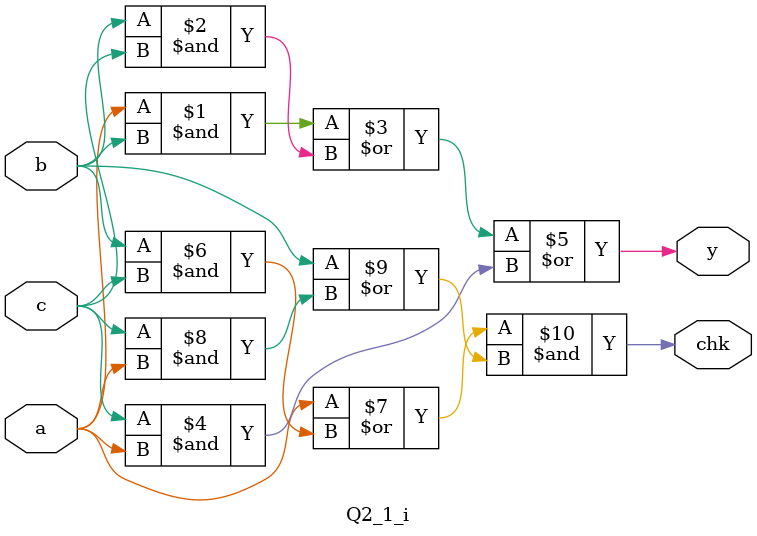
<source format=v>
module Q2_1_i(a,b,c,y, chk);
	input a,b,c;
	output y, chk;
	assign y = (a&b)|(b&c)|(c&a);
	assign chk = (a|(b&c))&(b|(c&a));
endmodule

</source>
